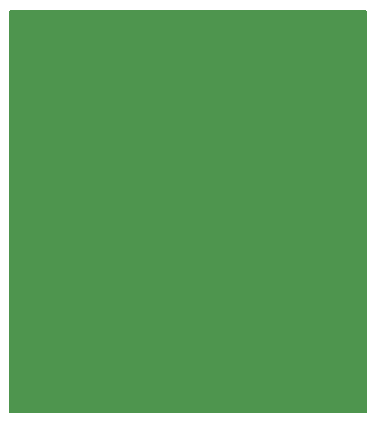
<source format=gbr>
%TF.GenerationSoftware,KiCad,Pcbnew,6.0.7-1.fc35*%
%TF.CreationDate,2022-11-04T20:07:57+01:00*%
%TF.ProjectId,Base,42617365-2e6b-4696-9361-645f70636258,rev?*%
%TF.SameCoordinates,Original*%
%TF.FileFunction,Copper,L1,Top*%
%TF.FilePolarity,Positive*%
%FSLAX46Y46*%
G04 Gerber Fmt 4.6, Leading zero omitted, Abs format (unit mm)*
G04 Created by KiCad (PCBNEW 6.0.7-1.fc35) date 2022-11-04 20:07:57*
%MOMM*%
%LPD*%
G01*
G04 APERTURE LIST*
G04 APERTURE END LIST*
%TA.AperFunction,NonConductor*%
G36*
X159103873Y-80820002D02*
G01*
X159150366Y-80873658D01*
X159161752Y-80926000D01*
X159161752Y-114774000D01*
X159141750Y-114842121D01*
X159088094Y-114888614D01*
X159035752Y-114900000D01*
X128987752Y-114900000D01*
X128919631Y-114879998D01*
X128873138Y-114826342D01*
X128861752Y-114774000D01*
X128861752Y-80926000D01*
X128881754Y-80857879D01*
X128935410Y-80811386D01*
X128987752Y-80800000D01*
X159035752Y-80800000D01*
X159103873Y-80820002D01*
G37*
%TD.AperFunction*%
M02*

</source>
